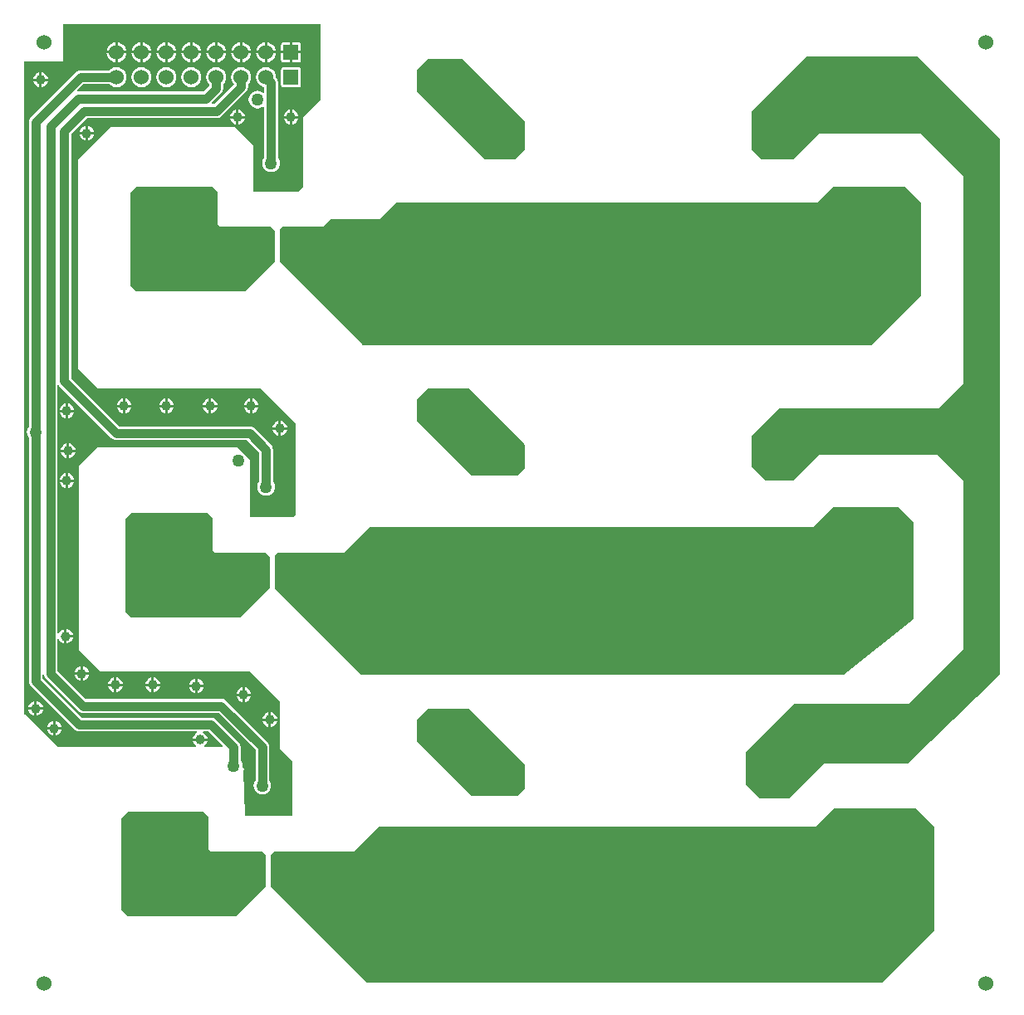
<source format=gbr>
G04 Layer_Physical_Order=2*
G04 Layer_Color=16711680*
%FSLAX26Y26*%
%MOIN*%
%TF.FileFunction,Copper,L2,Bot,Signal*%
%TF.Part,Single*%
G01*
G75*
%TA.AperFunction,Conductor*%
%ADD13C,0.035000*%
%TA.AperFunction,ComponentPad*%
%ADD14C,0.118110*%
%ADD15R,0.118110X0.118110*%
%ADD16R,0.118110X0.118110*%
%TA.AperFunction,WasherPad*%
%ADD17C,0.060000*%
%TA.AperFunction,ComponentPad*%
%ADD18C,0.060000*%
%ADD19R,0.060000X0.060000*%
%TA.AperFunction,ViaPad*%
%ADD20C,0.027559*%
%ADD21C,0.050000*%
%ADD22C,0.039370*%
G36*
X3505001Y-55001D02*
X3835000Y-385000D01*
X3835000Y-2540800D01*
X3466041Y-2895000D01*
X3130000Y-2895000D01*
X2990000Y-3035000D01*
X2870000D01*
X2815000Y-2980000D01*
Y-2850000D01*
X3010000Y-2655000D01*
X3470000Y-2655000D01*
X3689999Y-2435001D01*
X3690000Y-1760000D01*
X3584999Y-1655000D01*
X3110000Y-1655000D01*
X3005001Y-1759999D01*
X2894999Y-1759999D01*
X2840000Y-1705000D01*
X2840000Y-1580000D01*
X2950000Y-1470000D01*
X3590000Y-1470000D01*
X3690000Y-1370000D01*
X3690000Y-535000D01*
X3520000Y-365000D01*
X3110000Y-365000D01*
X3005000Y-470000D01*
X2880000Y-470000D01*
X2839999Y-429999D01*
X2839999Y-275001D01*
X3060000Y-55000D01*
X3505001Y-55001D01*
D02*
G37*
G36*
X1110000Y-230000D02*
X1040000Y-300000D01*
Y-580000D01*
X1020000Y-600000D01*
X840000D01*
Y-415000D01*
X765000Y-340000D01*
X265000D01*
X135000Y-470000D01*
Y-1310000D01*
X215000Y-1390000D01*
X870000D01*
X1010000Y-1530000D01*
Y-1895000D01*
X1000000Y-1905000D01*
X825000D01*
Y-1675000D01*
X775000Y-1625000D01*
X215000D01*
X140000Y-1700000D01*
Y-2440000D01*
X225000Y-2525000D01*
X825000D01*
X945000Y-2645000D01*
Y-2835000D01*
X995000Y-2885000D01*
Y-3105000D01*
X805000D01*
X800097Y-2923583D01*
X803584Y-2920000D01*
X805000D01*
X794685Y-2909685D01*
X795302Y-2905000D01*
X794099Y-2895863D01*
X790572Y-2887349D01*
X787737Y-2883654D01*
Y-2830000D01*
X786792Y-2822821D01*
X784021Y-2816131D01*
X779613Y-2810387D01*
X689613Y-2720387D01*
X683869Y-2715979D01*
X677179Y-2713208D01*
X670000Y-2712263D01*
X151489D01*
X-7263Y-2553511D01*
Y-2538933D01*
X-2263Y-2538605D01*
X-1792Y-2542179D01*
X979Y-2548869D01*
X5387Y-2554613D01*
X135387Y-2684613D01*
X141131Y-2689021D01*
X147821Y-2691792D01*
X155000Y-2692737D01*
X698511D01*
X847361Y-2841588D01*
Y-2963526D01*
X844428Y-2967349D01*
X840901Y-2975863D01*
X839698Y-2985000D01*
X840901Y-2994137D01*
X844428Y-3002651D01*
X850038Y-3009962D01*
X857349Y-3015572D01*
X865863Y-3019099D01*
X875000Y-3020302D01*
X884137Y-3019099D01*
X892651Y-3015572D01*
X899962Y-3009962D01*
X905572Y-3002651D01*
X909099Y-2994137D01*
X910302Y-2985000D01*
X909099Y-2975863D01*
X905572Y-2967349D01*
X902836Y-2963782D01*
Y-2830098D01*
X901891Y-2822919D01*
X899120Y-2816230D01*
X894712Y-2810485D01*
X729613Y-2645387D01*
X723869Y-2640979D01*
X717179Y-2638208D01*
X710000Y-2637263D01*
X166489D01*
X52737Y-2523511D01*
Y-2397747D01*
X57737Y-2396753D01*
X59070Y-2399971D01*
X63828Y-2406172D01*
X70029Y-2410930D01*
X77251Y-2413921D01*
X80000Y-2414283D01*
Y-2385000D01*
Y-2355717D01*
X77251Y-2356079D01*
X70029Y-2359070D01*
X63828Y-2363828D01*
X59070Y-2370029D01*
X57737Y-2373247D01*
X52737Y-2372253D01*
Y-1377858D01*
X57737Y-1376160D01*
X60387Y-1379613D01*
X270387Y-1589613D01*
X276131Y-1594021D01*
X282821Y-1596792D01*
X290000Y-1597737D01*
X813511D01*
X862263Y-1646489D01*
Y-1763654D01*
X859428Y-1767349D01*
X855901Y-1775863D01*
X854698Y-1785000D01*
X855901Y-1794137D01*
X859428Y-1802651D01*
X865038Y-1809962D01*
X872349Y-1815572D01*
X880863Y-1819099D01*
X890000Y-1820302D01*
X899137Y-1819099D01*
X907651Y-1815572D01*
X914962Y-1809962D01*
X920572Y-1802651D01*
X924099Y-1794137D01*
X925302Y-1785000D01*
X924099Y-1775863D01*
X920572Y-1767349D01*
X917737Y-1763654D01*
Y-1635000D01*
X916792Y-1627821D01*
X914021Y-1621131D01*
X909613Y-1615387D01*
X844613Y-1550387D01*
X838869Y-1545979D01*
X832179Y-1543208D01*
X825000Y-1542263D01*
X301489D01*
X107737Y-1348511D01*
Y-366489D01*
X171489Y-302737D01*
X693640D01*
X700818Y-301792D01*
X707508Y-299021D01*
X713253Y-294613D01*
X809613Y-198253D01*
X814021Y-192508D01*
X816792Y-185819D01*
X817737Y-178640D01*
Y-169135D01*
X818528Y-168528D01*
X824940Y-160173D01*
X828971Y-150442D01*
X830345Y-140000D01*
X828971Y-129558D01*
X824940Y-119827D01*
X818528Y-111472D01*
X810173Y-105060D01*
X800442Y-101029D01*
X790000Y-99655D01*
X779558Y-101029D01*
X769827Y-105060D01*
X761472Y-111472D01*
X755060Y-119827D01*
X751029Y-129558D01*
X749655Y-140000D01*
X751029Y-150442D01*
X755060Y-160173D01*
X761217Y-168196D01*
X682150Y-247263D01*
X674035D01*
X671964Y-242263D01*
X709613Y-204613D01*
X714021Y-198869D01*
X716792Y-192179D01*
X717737Y-185000D01*
Y-169135D01*
X718528Y-168528D01*
X724940Y-160173D01*
X728971Y-150442D01*
X730345Y-140000D01*
X728971Y-129558D01*
X724940Y-119827D01*
X718528Y-111472D01*
X710173Y-105060D01*
X700442Y-101029D01*
X690000Y-99655D01*
X679558Y-101029D01*
X669827Y-105060D01*
X661472Y-111472D01*
X655060Y-119827D01*
X651029Y-129558D01*
X649655Y-140000D01*
X651029Y-150442D01*
X655060Y-160173D01*
X661472Y-168528D01*
X661734Y-168730D01*
X661942Y-173832D01*
X638511Y-197263D01*
X135000D01*
X133889Y-197409D01*
X131553Y-192673D01*
X156489Y-167737D01*
X260865D01*
X261472Y-168528D01*
X269827Y-174940D01*
X279558Y-178970D01*
X290000Y-180345D01*
X300442Y-178970D01*
X310173Y-174940D01*
X318528Y-168528D01*
X324940Y-160173D01*
X328971Y-150442D01*
X330345Y-140000D01*
X328971Y-129558D01*
X324940Y-119827D01*
X318528Y-111472D01*
X310173Y-105060D01*
X300442Y-101029D01*
X290000Y-99655D01*
X279558Y-101029D01*
X269827Y-105060D01*
X261472Y-111472D01*
X260865Y-112263D01*
X145000D01*
X137821Y-113208D01*
X131131Y-115979D01*
X125387Y-120387D01*
X-54613Y-300387D01*
X-59021Y-306131D01*
X-61792Y-312821D01*
X-62737Y-320000D01*
Y-1543654D01*
X-65572Y-1547349D01*
X-69099Y-1555863D01*
X-70302Y-1565000D01*
X-69099Y-1574137D01*
X-65572Y-1582651D01*
X-62737Y-1586346D01*
Y-2565000D01*
X-61792Y-2572179D01*
X-59021Y-2578869D01*
X-54613Y-2584613D01*
X120387Y-2759613D01*
X126131Y-2764021D01*
X132821Y-2766792D01*
X140000Y-2767737D01*
X612253D01*
X613247Y-2772737D01*
X610029Y-2774070D01*
X603828Y-2778828D01*
X599070Y-2785029D01*
X596079Y-2792251D01*
X595717Y-2795000D01*
X654283D01*
X653921Y-2792251D01*
X650930Y-2785029D01*
X646172Y-2778828D01*
X639971Y-2774070D01*
X636753Y-2772737D01*
X637747Y-2767737D01*
X658511D01*
X716321Y-2825547D01*
X713702Y-2830000D01*
X642628D01*
X641182Y-2825000D01*
X646172Y-2821172D01*
X650930Y-2814971D01*
X653921Y-2807749D01*
X654283Y-2805000D01*
X595717D01*
X596079Y-2807749D01*
X599070Y-2814971D01*
X603828Y-2821172D01*
X608818Y-2825000D01*
X607372Y-2830000D01*
X55000D01*
X-75000Y-2700000D01*
X-80000D01*
Y-75000D01*
X75000D01*
Y75000D01*
X1110000D01*
Y-230000D01*
D02*
G37*
G36*
X675000Y-580000D02*
X695000Y-600000D01*
Y-730000D01*
X705000Y-740000D01*
X910000Y-740000D01*
X925000Y-755000D01*
X925000Y-880000D01*
X805000Y-1000000D01*
X370000Y-1000000D01*
X345000Y-975000D01*
Y-605000D01*
X370000Y-580000D01*
X675000Y-580000D01*
D02*
G37*
G36*
X3517500Y-642500D02*
X3517500Y-1017500D01*
X3320000Y-1215000D01*
X1280000Y-1215000D01*
X945000Y-880000D01*
Y-750000D01*
X955000Y-740000D01*
X1120000Y-740000D01*
X1150000Y-710000D01*
X1345000D01*
X1412500Y-642500D01*
X3102500Y-642500D01*
X3165000Y-580000D01*
X3455000D01*
X3517500Y-642500D01*
D02*
G37*
G36*
X655000Y-1890000D02*
X675000Y-1910000D01*
Y-2040000D01*
X685000Y-2050000D01*
X890000Y-2050000D01*
X905000Y-2065000D01*
X905000Y-2190000D01*
X785000Y-2310000D01*
X350000Y-2310000D01*
X325000Y-2285000D01*
Y-1915000D01*
X350000Y-1890000D01*
X655000Y-1890000D01*
D02*
G37*
G36*
X3490000Y-1925000D02*
X3490000Y-2315000D01*
X3207443Y-2540000D01*
X1272500D01*
X1082499Y-2350000D01*
X925000Y-2192500D01*
Y-2060000D01*
X940000Y-2050000D01*
X1200834Y-2050000D01*
X1305833Y-1945000D01*
X3085000Y-1945000D01*
X3165000Y-1865000D01*
X3430000D01*
X3490000Y-1925000D01*
D02*
G37*
G36*
X1930000Y-315000D02*
X1930000Y-430000D01*
X1890000Y-470000D01*
X1770000Y-470000D01*
X1495000Y-195000D01*
X1495000Y-110000D01*
X1540000Y-65000D01*
X1550000D01*
X1680001Y-65000D01*
X1930000Y-315000D01*
D02*
G37*
G36*
X1705000Y-1390000D02*
X1930000Y-1615000D01*
X1930000Y-1710000D01*
X1900000Y-1740000D01*
X1715000D01*
X1495000Y-1520000D01*
X1495000Y-1435000D01*
X1540000Y-1390000D01*
X1550000D01*
X1705000Y-1390000D01*
D02*
G37*
G36*
Y-2675000D02*
X1930000Y-2900000D01*
X1930000Y-2995000D01*
X1900000Y-3025000D01*
X1715000D01*
X1495000Y-2805000D01*
X1495000Y-2720000D01*
X1540000Y-2675000D01*
X1550000D01*
X1705000Y-2675000D01*
D02*
G37*
G36*
X3497833Y-3075000D02*
X3572096Y-3149263D01*
Y-3565404D01*
X3362500Y-3775000D01*
X1295000D01*
X910002Y-3390002D01*
X909998Y-3264998D01*
X925000Y-3249997D01*
X1243529Y-3249997D01*
X1344263Y-3149263D01*
X3095000Y-3149265D01*
X3169265Y-3075000D01*
X3497833Y-3075000D01*
D02*
G37*
G36*
X640000Y-3090000D02*
X660000Y-3110000D01*
Y-3240000D01*
X670000Y-3250000D01*
X875000Y-3250000D01*
X890000Y-3265000D01*
X890000Y-3390000D01*
X770000Y-3510000D01*
X335000Y-3510000D01*
X310000Y-3485000D01*
Y-3115000D01*
X335000Y-3090000D01*
X640000Y-3090000D01*
D02*
G37*
%LPC*%
G36*
X95000Y-1730717D02*
Y-1755000D01*
X119283D01*
X118921Y-1752251D01*
X115930Y-1745029D01*
X111172Y-1738828D01*
X104971Y-1734070D01*
X97749Y-1731079D01*
X95000Y-1730717D01*
D02*
G37*
G36*
X90000Y-1645000D02*
X65717D01*
X66079Y-1647749D01*
X69070Y-1654971D01*
X73828Y-1661172D01*
X80029Y-1665930D01*
X87251Y-1668921D01*
X90000Y-1669283D01*
Y-1645000D01*
D02*
G37*
G36*
X100000Y-1610717D02*
Y-1635000D01*
X124283D01*
X123921Y-1632251D01*
X120930Y-1625029D01*
X116172Y-1618828D01*
X109971Y-1614070D01*
X102749Y-1611079D01*
X100000Y-1610717D01*
D02*
G37*
G36*
X90000D02*
X87251Y-1611079D01*
X80029Y-1614070D01*
X73828Y-1618828D01*
X69070Y-1625029D01*
X66079Y-1632251D01*
X65717Y-1635000D01*
X90000D01*
Y-1610717D01*
D02*
G37*
G36*
X124283Y-1645000D02*
X100000D01*
Y-1669283D01*
X102749Y-1668921D01*
X109971Y-1665930D01*
X116172Y-1661172D01*
X120930Y-1654971D01*
X123921Y-1647749D01*
X124283Y-1645000D01*
D02*
G37*
G36*
X90000Y-2355717D02*
Y-2380000D01*
X114283D01*
X113921Y-2377251D01*
X110930Y-2370029D01*
X106172Y-2363828D01*
X99971Y-2359070D01*
X92749Y-2356079D01*
X90000Y-2355717D01*
D02*
G37*
G36*
X114283Y-2390000D02*
X90000D01*
Y-2414283D01*
X92749Y-2413921D01*
X99971Y-2410930D01*
X106172Y-2406172D01*
X110930Y-2399971D01*
X113921Y-2392749D01*
X114283Y-2390000D01*
D02*
G37*
G36*
X155000Y-2505717D02*
Y-2530000D01*
X179283D01*
X178921Y-2527251D01*
X175930Y-2520029D01*
X171172Y-2513828D01*
X164971Y-2509070D01*
X157749Y-2506079D01*
X155000Y-2505717D01*
D02*
G37*
G36*
X85000Y-1730717D02*
X82251Y-1731079D01*
X75029Y-1734070D01*
X68828Y-1738828D01*
X64070Y-1745029D01*
X61079Y-1752251D01*
X60717Y-1755000D01*
X85000D01*
Y-1730717D01*
D02*
G37*
G36*
X119283Y-1765000D02*
X95000D01*
Y-1789283D01*
X97749Y-1788921D01*
X104971Y-1785930D01*
X111172Y-1781172D01*
X115930Y-1774971D01*
X118921Y-1767749D01*
X119283Y-1765000D01*
D02*
G37*
G36*
X85000D02*
X60717D01*
X61079Y-1767749D01*
X64070Y-1774971D01*
X68828Y-1781172D01*
X75029Y-1785930D01*
X82251Y-1788921D01*
X85000Y-1789283D01*
Y-1765000D01*
D02*
G37*
G36*
Y-1485000D02*
X60717D01*
X61079Y-1487749D01*
X64070Y-1494971D01*
X68828Y-1501172D01*
X75029Y-1505930D01*
X82251Y-1508921D01*
X85000Y-1509283D01*
Y-1485000D01*
D02*
G37*
G36*
X519283Y-1465000D02*
X495000D01*
Y-1489283D01*
X497749Y-1488921D01*
X504971Y-1485930D01*
X511172Y-1481172D01*
X515930Y-1474971D01*
X518921Y-1467749D01*
X519283Y-1465000D01*
D02*
G37*
G36*
X660000D02*
X635717D01*
X636079Y-1467749D01*
X639070Y-1474971D01*
X643828Y-1481172D01*
X650029Y-1485930D01*
X657251Y-1488921D01*
X660000Y-1489283D01*
Y-1465000D01*
D02*
G37*
G36*
X119283Y-1485000D02*
X95000D01*
Y-1509283D01*
X97749Y-1508921D01*
X104971Y-1505930D01*
X111172Y-1501172D01*
X115930Y-1494971D01*
X118921Y-1487749D01*
X119283Y-1485000D01*
D02*
G37*
G36*
X485000Y-1465000D02*
X460717D01*
X461079Y-1467749D01*
X464070Y-1474971D01*
X468828Y-1481172D01*
X475029Y-1485930D01*
X482251Y-1488921D01*
X485000Y-1489283D01*
Y-1465000D01*
D02*
G37*
G36*
X349283D02*
X325000D01*
Y-1489283D01*
X327749Y-1488921D01*
X334971Y-1485930D01*
X341172Y-1481172D01*
X345930Y-1474971D01*
X348921Y-1467749D01*
X349283Y-1465000D01*
D02*
G37*
G36*
X315000D02*
X290717D01*
X291079Y-1467749D01*
X294070Y-1474971D01*
X298828Y-1481172D01*
X305029Y-1485930D01*
X312251Y-1488921D01*
X315000Y-1489283D01*
Y-1465000D01*
D02*
G37*
G36*
X940000Y-1520717D02*
X937251Y-1521079D01*
X930029Y-1524070D01*
X923828Y-1528828D01*
X919070Y-1535029D01*
X916079Y-1542251D01*
X915717Y-1545000D01*
X940000D01*
Y-1520717D01*
D02*
G37*
G36*
X974283Y-1555000D02*
X950000D01*
Y-1579283D01*
X952749Y-1578921D01*
X959971Y-1575930D01*
X966172Y-1571172D01*
X970930Y-1564971D01*
X973921Y-1557749D01*
X974283Y-1555000D01*
D02*
G37*
G36*
X940000D02*
X915717D01*
X916079Y-1557749D01*
X919070Y-1564971D01*
X923828Y-1571172D01*
X930029Y-1575930D01*
X937251Y-1578921D01*
X940000Y-1579283D01*
Y-1555000D01*
D02*
G37*
G36*
X950000Y-1520717D02*
Y-1545000D01*
X974283D01*
X973921Y-1542251D01*
X970930Y-1535029D01*
X966172Y-1528828D01*
X959971Y-1524070D01*
X952749Y-1521079D01*
X950000Y-1520717D01*
D02*
G37*
G36*
X694283Y-1465000D02*
X670000D01*
Y-1489283D01*
X672749Y-1488921D01*
X679971Y-1485930D01*
X686172Y-1481172D01*
X690930Y-1474971D01*
X693921Y-1467749D01*
X694283Y-1465000D01*
D02*
G37*
G36*
X825000D02*
X800717D01*
X801079Y-1467749D01*
X804070Y-1474971D01*
X808828Y-1481172D01*
X815029Y-1485930D01*
X822251Y-1488921D01*
X825000Y-1489283D01*
Y-1465000D01*
D02*
G37*
G36*
X859283D02*
X835000D01*
Y-1489283D01*
X837749Y-1488921D01*
X844971Y-1485930D01*
X851172Y-1481172D01*
X855930Y-1474971D01*
X858921Y-1467749D01*
X859283Y-1465000D01*
D02*
G37*
G36*
X-40000Y-2645717D02*
X-42749Y-2646079D01*
X-49971Y-2649070D01*
X-56172Y-2653828D01*
X-60930Y-2660029D01*
X-63921Y-2667251D01*
X-64283Y-2670000D01*
X-40000D01*
Y-2645717D01*
D02*
G37*
G36*
X-5717Y-2680000D02*
X-30000D01*
Y-2704283D01*
X-27251Y-2703921D01*
X-20029Y-2700930D01*
X-13828Y-2696172D01*
X-9070Y-2689971D01*
X-6079Y-2682749D01*
X-5717Y-2680000D01*
D02*
G37*
G36*
X-40000D02*
X-64283D01*
X-63921Y-2682749D01*
X-60930Y-2689971D01*
X-56172Y-2696172D01*
X-49971Y-2700930D01*
X-42749Y-2703921D01*
X-40000Y-2704283D01*
Y-2680000D01*
D02*
G37*
G36*
X-30000Y-2645717D02*
Y-2670000D01*
X-5717D01*
X-6079Y-2667251D01*
X-9070Y-2660029D01*
X-13828Y-2653828D01*
X-20029Y-2649070D01*
X-27251Y-2646079D01*
X-30000Y-2645717D01*
D02*
G37*
G36*
X795000Y-2590717D02*
X792251Y-2591079D01*
X785029Y-2594070D01*
X778828Y-2598828D01*
X774070Y-2605029D01*
X771079Y-2612251D01*
X770717Y-2615000D01*
X795000D01*
Y-2590717D01*
D02*
G37*
G36*
X829283Y-2625000D02*
X805000D01*
Y-2649283D01*
X807749Y-2648921D01*
X814971Y-2645930D01*
X821172Y-2641172D01*
X825930Y-2634971D01*
X828921Y-2627749D01*
X829283Y-2625000D01*
D02*
G37*
G36*
X795000D02*
X770717D01*
X771079Y-2627749D01*
X774070Y-2634971D01*
X778828Y-2641172D01*
X785029Y-2645930D01*
X792251Y-2648921D01*
X795000Y-2649283D01*
Y-2625000D01*
D02*
G37*
G36*
X910000Y-2690717D02*
Y-2715000D01*
X934283D01*
X933921Y-2712251D01*
X930930Y-2705029D01*
X926172Y-2698828D01*
X919971Y-2694070D01*
X912749Y-2691079D01*
X910000Y-2690717D01*
D02*
G37*
G36*
X35000Y-2725717D02*
X32251Y-2726079D01*
X25029Y-2729070D01*
X18828Y-2733828D01*
X14070Y-2740029D01*
X11079Y-2747251D01*
X10717Y-2750000D01*
X35000D01*
Y-2725717D01*
D02*
G37*
G36*
X69283Y-2760000D02*
X45000D01*
Y-2784283D01*
X47749Y-2783921D01*
X54971Y-2780930D01*
X61172Y-2776172D01*
X65930Y-2769971D01*
X68921Y-2762749D01*
X69283Y-2760000D01*
D02*
G37*
G36*
X35000D02*
X10717D01*
X11079Y-2762749D01*
X14070Y-2769971D01*
X18828Y-2776172D01*
X25029Y-2780930D01*
X32251Y-2783921D01*
X35000Y-2784283D01*
Y-2760000D01*
D02*
G37*
G36*
X45000Y-2725717D02*
Y-2750000D01*
X69283D01*
X68921Y-2747251D01*
X65930Y-2740029D01*
X61172Y-2733828D01*
X54971Y-2729070D01*
X47749Y-2726079D01*
X45000Y-2725717D01*
D02*
G37*
G36*
X900000Y-2690717D02*
X897251Y-2691079D01*
X890029Y-2694070D01*
X883828Y-2698828D01*
X879070Y-2705029D01*
X876079Y-2712251D01*
X875717Y-2715000D01*
X900000D01*
Y-2690717D01*
D02*
G37*
G36*
X934283Y-2725000D02*
X910000D01*
Y-2749283D01*
X912749Y-2748921D01*
X919971Y-2745930D01*
X926172Y-2741172D01*
X930930Y-2734971D01*
X933921Y-2727749D01*
X934283Y-2725000D01*
D02*
G37*
G36*
X900000D02*
X875717D01*
X876079Y-2727749D01*
X879070Y-2734971D01*
X883828Y-2741172D01*
X890029Y-2745930D01*
X897251Y-2748921D01*
X900000Y-2749283D01*
Y-2725000D01*
D02*
G37*
G36*
X805000Y-2590717D02*
Y-2615000D01*
X829283D01*
X828921Y-2612251D01*
X825930Y-2605029D01*
X821172Y-2598828D01*
X814971Y-2594070D01*
X807749Y-2591079D01*
X805000Y-2590717D01*
D02*
G37*
G36*
X430000Y-2550717D02*
X427251Y-2551079D01*
X420029Y-2554070D01*
X413828Y-2558828D01*
X409070Y-2565029D01*
X406079Y-2572251D01*
X405717Y-2575000D01*
X430000D01*
Y-2550717D01*
D02*
G37*
G36*
X290000D02*
Y-2575000D01*
X314283D01*
X313921Y-2572251D01*
X310930Y-2565029D01*
X306172Y-2558828D01*
X299971Y-2554070D01*
X292749Y-2551079D01*
X290000Y-2550717D01*
D02*
G37*
G36*
X280000D02*
X277251Y-2551079D01*
X270029Y-2554070D01*
X263828Y-2558828D01*
X259070Y-2565029D01*
X256079Y-2572251D01*
X255717Y-2575000D01*
X280000D01*
Y-2550717D01*
D02*
G37*
G36*
X440000D02*
Y-2575000D01*
X464283D01*
X463921Y-2572251D01*
X460930Y-2565029D01*
X456172Y-2558828D01*
X449971Y-2554070D01*
X442749Y-2551079D01*
X440000Y-2550717D01*
D02*
G37*
G36*
X145000Y-2505717D02*
X142251Y-2506079D01*
X135029Y-2509070D01*
X128828Y-2513828D01*
X124070Y-2520029D01*
X121079Y-2527251D01*
X120717Y-2530000D01*
X145000D01*
Y-2505717D01*
D02*
G37*
G36*
X179283Y-2540000D02*
X155000D01*
Y-2564283D01*
X157749Y-2563921D01*
X164971Y-2560930D01*
X171172Y-2556172D01*
X175930Y-2549971D01*
X178921Y-2542749D01*
X179283Y-2540000D01*
D02*
G37*
G36*
X145000D02*
X120717D01*
X121079Y-2542749D01*
X124070Y-2549971D01*
X128828Y-2556172D01*
X135029Y-2560930D01*
X142251Y-2563921D01*
X145000Y-2564283D01*
Y-2540000D01*
D02*
G37*
G36*
X615000Y-2555717D02*
Y-2580000D01*
X639283D01*
X638921Y-2577251D01*
X635930Y-2570029D01*
X631172Y-2563828D01*
X624971Y-2559070D01*
X617749Y-2556079D01*
X615000Y-2555717D01*
D02*
G37*
G36*
X280000Y-2585000D02*
X255717D01*
X256079Y-2587749D01*
X259070Y-2594971D01*
X263828Y-2601172D01*
X270029Y-2605930D01*
X277251Y-2608921D01*
X280000Y-2609283D01*
Y-2585000D01*
D02*
G37*
G36*
X639283Y-2590000D02*
X615000D01*
Y-2614283D01*
X617749Y-2613921D01*
X624971Y-2610930D01*
X631172Y-2606172D01*
X635930Y-2599971D01*
X638921Y-2592749D01*
X639283Y-2590000D01*
D02*
G37*
G36*
X605000D02*
X580717D01*
X581079Y-2592749D01*
X584070Y-2599971D01*
X588828Y-2606172D01*
X595029Y-2610930D01*
X602251Y-2613921D01*
X605000Y-2614283D01*
Y-2590000D01*
D02*
G37*
G36*
X314283Y-2585000D02*
X290000D01*
Y-2609283D01*
X292749Y-2608921D01*
X299971Y-2605930D01*
X306172Y-2601172D01*
X310930Y-2594971D01*
X313921Y-2587749D01*
X314283Y-2585000D01*
D02*
G37*
G36*
X605000Y-2555717D02*
X602251Y-2556079D01*
X595029Y-2559070D01*
X588828Y-2563828D01*
X584070Y-2570029D01*
X581079Y-2577251D01*
X580717Y-2580000D01*
X605000D01*
Y-2555717D01*
D02*
G37*
G36*
X464283Y-2585000D02*
X440000D01*
Y-2609283D01*
X442749Y-2608921D01*
X449971Y-2605930D01*
X456172Y-2601172D01*
X460930Y-2594971D01*
X463921Y-2587749D01*
X464283Y-2585000D01*
D02*
G37*
G36*
X430000D02*
X405717D01*
X406079Y-2587749D01*
X409070Y-2594971D01*
X413828Y-2601172D01*
X420029Y-2605930D01*
X427251Y-2608921D01*
X430000Y-2609283D01*
Y-2585000D01*
D02*
G37*
G36*
X485000Y-44999D02*
X450313D01*
X451029Y-50442D01*
X455060Y-60173D01*
X461472Y-68528D01*
X469827Y-74940D01*
X479558Y-78971D01*
X485000Y-79687D01*
Y-44999D01*
D02*
G37*
G36*
X385000D02*
X350313D01*
X351029Y-50442D01*
X355060Y-60173D01*
X361472Y-68528D01*
X369827Y-74940D01*
X379558Y-78971D01*
X385000Y-79687D01*
Y-44999D01*
D02*
G37*
G36*
X285000D02*
X250313D01*
X251030Y-50442D01*
X255060Y-60173D01*
X261472Y-68528D01*
X269827Y-74940D01*
X279558Y-78971D01*
X285000Y-79687D01*
Y-44999D01*
D02*
G37*
G36*
X585000D02*
X550313D01*
X551029Y-50442D01*
X555060Y-60173D01*
X561472Y-68528D01*
X569827Y-74940D01*
X579558Y-78971D01*
X585000Y-79687D01*
Y-44999D01*
D02*
G37*
G36*
X885000D02*
X850313D01*
X851029Y-50442D01*
X855060Y-60173D01*
X861472Y-68528D01*
X869827Y-74940D01*
X879558Y-78971D01*
X885000Y-79687D01*
Y-44999D01*
D02*
G37*
G36*
X785000D02*
X750313D01*
X751029Y-50442D01*
X755060Y-60173D01*
X761472Y-68528D01*
X769827Y-74940D01*
X779558Y-78971D01*
X785000Y-79687D01*
Y-44999D01*
D02*
G37*
G36*
X685000D02*
X650313D01*
X651029Y-50442D01*
X655060Y-60173D01*
X661472Y-68528D01*
X669827Y-74940D01*
X679558Y-78971D01*
X685000Y-79687D01*
Y-44999D01*
D02*
G37*
G36*
X929687D02*
X895000D01*
Y-79687D01*
X900442Y-78971D01*
X910173Y-74940D01*
X918528Y-68528D01*
X924940Y-60173D01*
X928971Y-50442D01*
X929687Y-44999D01*
D02*
G37*
G36*
X429687D02*
X395000D01*
Y-79687D01*
X400442Y-78971D01*
X410173Y-74940D01*
X418528Y-68528D01*
X424940Y-60173D01*
X428971Y-50442D01*
X429687Y-44999D01*
D02*
G37*
G36*
X329687D02*
X295000D01*
Y-79687D01*
X300442Y-78971D01*
X310173Y-74940D01*
X318528Y-68528D01*
X324940Y-60173D01*
X328971Y-50442D01*
X329687Y-44999D01*
D02*
G37*
G36*
X1030196D02*
X995000D01*
Y-80196D01*
X1020000D01*
X1023902Y-79420D01*
X1027210Y-77210D01*
X1029420Y-73902D01*
X1030196Y-70000D01*
Y-44999D01*
D02*
G37*
G36*
X529687D02*
X495000D01*
Y-79687D01*
X500442Y-78971D01*
X510173Y-74940D01*
X518528Y-68528D01*
X524940Y-60173D01*
X528971Y-50442D01*
X529687Y-44999D01*
D02*
G37*
G36*
X829687D02*
X795000D01*
Y-79687D01*
X800442Y-78971D01*
X810173Y-74940D01*
X818528Y-68528D01*
X824940Y-60173D01*
X828971Y-50442D01*
X829687Y-44999D01*
D02*
G37*
G36*
X729687D02*
X695000D01*
Y-79687D01*
X700442Y-78971D01*
X710173Y-74940D01*
X718528Y-68528D01*
X724940Y-60173D01*
X728971Y-50442D01*
X729687Y-44999D01*
D02*
G37*
G36*
X629687D02*
X595000D01*
Y-79687D01*
X600442Y-78971D01*
X610173Y-74940D01*
X618528Y-68528D01*
X624940Y-60173D01*
X628971Y-50442D01*
X629687Y-44999D01*
D02*
G37*
G36*
X985000Y196D02*
X960000D01*
X956098Y-580D01*
X952790Y-2790D01*
X950580Y-6098D01*
X949804Y-10000D01*
Y-34999D01*
X985000D01*
Y196D01*
D02*
G37*
G36*
X595000Y-313D02*
Y-34999D01*
X629687D01*
X628971Y-29558D01*
X624940Y-19827D01*
X618528Y-11472D01*
X610173Y-5060D01*
X600442Y-1030D01*
X595000Y-313D01*
D02*
G37*
G36*
X395000D02*
Y-34999D01*
X429687D01*
X428971Y-29558D01*
X424940Y-19827D01*
X418528Y-11472D01*
X410173Y-5060D01*
X400442Y-1030D01*
X395000Y-313D01*
D02*
G37*
G36*
X795000D02*
Y-34999D01*
X829687D01*
X828971Y-29558D01*
X824940Y-19827D01*
X818528Y-11472D01*
X810173Y-5060D01*
X800442Y-1030D01*
X795000Y-313D01*
D02*
G37*
G36*
X895000D02*
Y-34999D01*
X929687D01*
X928971Y-29558D01*
X924940Y-19827D01*
X918528Y-11472D01*
X910173Y-5060D01*
X900442Y-1030D01*
X895000Y-313D01*
D02*
G37*
G36*
X1020000Y196D02*
X995000D01*
Y-34999D01*
X1030196D01*
Y-10000D01*
X1029420Y-6098D01*
X1027210Y-2790D01*
X1023902Y-580D01*
X1020000Y196D01*
D02*
G37*
G36*
X695000Y-313D02*
Y-34999D01*
X729687D01*
X728971Y-29558D01*
X724940Y-19827D01*
X718528Y-11472D01*
X710173Y-5060D01*
X700442Y-1030D01*
X695000Y-313D01*
D02*
G37*
G36*
X495000D02*
Y-34999D01*
X529687D01*
X528971Y-29558D01*
X524940Y-19827D01*
X518528Y-11472D01*
X510173Y-5060D01*
X500442Y-1030D01*
X495000Y-313D01*
D02*
G37*
G36*
X295000D02*
Y-34999D01*
X329687D01*
X328971Y-29558D01*
X324940Y-19827D01*
X318528Y-11472D01*
X310173Y-5060D01*
X300442Y-1030D01*
X295000Y-313D01*
D02*
G37*
G36*
X785000Y-313D02*
X779558Y-1030D01*
X769827Y-5060D01*
X761472Y-11472D01*
X755060Y-19827D01*
X751029Y-29558D01*
X750313Y-34999D01*
X785000D01*
Y-313D01*
D02*
G37*
G36*
X585000D02*
X579558Y-1030D01*
X569827Y-5060D01*
X561472Y-11472D01*
X555060Y-19827D01*
X551029Y-29558D01*
X550313Y-34999D01*
X585000D01*
Y-313D01*
D02*
G37*
G36*
X285000D02*
X279558Y-1030D01*
X269827Y-5060D01*
X261472Y-11472D01*
X255060Y-19827D01*
X251030Y-29558D01*
X250313Y-34999D01*
X285000D01*
Y-313D01*
D02*
G37*
G36*
X385000D02*
X379558Y-1030D01*
X369827Y-5060D01*
X361472Y-11472D01*
X355060Y-19827D01*
X351029Y-29558D01*
X350313Y-34999D01*
X385000D01*
Y-313D01*
D02*
G37*
G36*
X885000D02*
X879558Y-1030D01*
X869827Y-5060D01*
X861472Y-11472D01*
X855060Y-19827D01*
X851029Y-29558D01*
X850313Y-34999D01*
X885000D01*
Y-313D01*
D02*
G37*
G36*
X685000D02*
X679558Y-1030D01*
X669827Y-5060D01*
X661472Y-11472D01*
X655060Y-19827D01*
X651029Y-29558D01*
X650313Y-34999D01*
X685000D01*
Y-313D01*
D02*
G37*
G36*
X485000D02*
X479558Y-1030D01*
X469827Y-5060D01*
X461472Y-11472D01*
X455060Y-19827D01*
X451029Y-29558D01*
X450313Y-34999D01*
X485000D01*
Y-313D01*
D02*
G37*
G36*
X985000Y-44999D02*
X949804D01*
Y-70000D01*
X950580Y-73902D01*
X952790Y-77210D01*
X956098Y-79420D01*
X960000Y-80196D01*
X985000D01*
Y-44999D01*
D02*
G37*
G36*
X165000Y-370000D02*
X140717D01*
X141079Y-372749D01*
X144070Y-379971D01*
X148828Y-386172D01*
X155029Y-390930D01*
X162251Y-393921D01*
X165000Y-394283D01*
Y-370000D01*
D02*
G37*
G36*
X835000Y-1430717D02*
Y-1455000D01*
X859283D01*
X858921Y-1452251D01*
X855930Y-1445029D01*
X851172Y-1438828D01*
X844971Y-1434070D01*
X837749Y-1431079D01*
X835000Y-1430717D01*
D02*
G37*
G36*
X825000D02*
X822251Y-1431079D01*
X815029Y-1434070D01*
X808828Y-1438828D01*
X804070Y-1445029D01*
X801079Y-1452251D01*
X800717Y-1455000D01*
X825000D01*
Y-1430717D01*
D02*
G37*
G36*
X199283Y-370000D02*
X175000D01*
Y-394283D01*
X177749Y-393921D01*
X184971Y-390930D01*
X191172Y-386172D01*
X195930Y-379971D01*
X198921Y-372749D01*
X199283Y-370000D01*
D02*
G37*
G36*
X770000Y-305000D02*
X745717D01*
X746079Y-307749D01*
X749070Y-314971D01*
X753828Y-321172D01*
X760029Y-325930D01*
X767251Y-328921D01*
X770000Y-329283D01*
Y-305000D01*
D02*
G37*
G36*
X175000Y-335717D02*
Y-360000D01*
X199283D01*
X198921Y-357251D01*
X195930Y-350029D01*
X191172Y-343828D01*
X184971Y-339070D01*
X177749Y-336079D01*
X175000Y-335717D01*
D02*
G37*
G36*
X165000D02*
X162251Y-336079D01*
X155029Y-339070D01*
X148828Y-343828D01*
X144070Y-350029D01*
X141079Y-357251D01*
X140717Y-360000D01*
X165000D01*
Y-335717D01*
D02*
G37*
G36*
X670000Y-1430717D02*
Y-1455000D01*
X694283D01*
X693921Y-1452251D01*
X690930Y-1445029D01*
X686172Y-1438828D01*
X679971Y-1434070D01*
X672749Y-1431079D01*
X670000Y-1430717D01*
D02*
G37*
G36*
X315000D02*
X312251Y-1431079D01*
X305029Y-1434070D01*
X298828Y-1438828D01*
X294070Y-1445029D01*
X291079Y-1452251D01*
X290717Y-1455000D01*
X315000D01*
Y-1430717D01*
D02*
G37*
G36*
X95000Y-1450717D02*
Y-1475000D01*
X119283D01*
X118921Y-1472251D01*
X115930Y-1465029D01*
X111172Y-1458828D01*
X104971Y-1454070D01*
X97749Y-1451079D01*
X95000Y-1450717D01*
D02*
G37*
G36*
X85000D02*
X82251Y-1451079D01*
X75029Y-1454070D01*
X68828Y-1458828D01*
X64070Y-1465029D01*
X61079Y-1472251D01*
X60717Y-1475000D01*
X85000D01*
Y-1450717D01*
D02*
G37*
G36*
X325000Y-1430717D02*
Y-1455000D01*
X349283D01*
X348921Y-1452251D01*
X345930Y-1445029D01*
X341172Y-1438828D01*
X334971Y-1434070D01*
X327749Y-1431079D01*
X325000Y-1430717D01*
D02*
G37*
G36*
X660000D02*
X657251Y-1431079D01*
X650029Y-1434070D01*
X643828Y-1438828D01*
X639070Y-1445029D01*
X636079Y-1452251D01*
X635717Y-1455000D01*
X660000D01*
Y-1430717D01*
D02*
G37*
G36*
X495000D02*
Y-1455000D01*
X519283D01*
X518921Y-1452251D01*
X515930Y-1445029D01*
X511172Y-1438828D01*
X504971Y-1434070D01*
X497749Y-1431079D01*
X495000Y-1430717D01*
D02*
G37*
G36*
X485000D02*
X482251Y-1431079D01*
X475029Y-1434070D01*
X468828Y-1438828D01*
X464070Y-1445029D01*
X461079Y-1452251D01*
X460717Y-1455000D01*
X485000D01*
Y-1430717D01*
D02*
G37*
G36*
X804283Y-305000D02*
X780000D01*
Y-329283D01*
X782749Y-328921D01*
X789971Y-325930D01*
X796172Y-321172D01*
X800930Y-314971D01*
X803921Y-307749D01*
X804283Y-305000D01*
D02*
G37*
G36*
X1020000Y-99804D02*
X960000D01*
X956098Y-100580D01*
X952790Y-102790D01*
X950580Y-106098D01*
X949804Y-110000D01*
Y-170000D01*
X950580Y-173902D01*
X952790Y-177210D01*
X956098Y-179420D01*
X960000Y-180196D01*
X1020000D01*
X1023902Y-179420D01*
X1027210Y-177210D01*
X1029420Y-173902D01*
X1030196Y-170000D01*
Y-110000D01*
X1029420Y-106098D01*
X1027210Y-102790D01*
X1023902Y-100580D01*
X1020000Y-99804D01*
D02*
G37*
G36*
X590000Y-99655D02*
X579558Y-101029D01*
X569827Y-105060D01*
X561472Y-111472D01*
X555060Y-119827D01*
X551029Y-129558D01*
X549655Y-140000D01*
X551029Y-150442D01*
X555060Y-160173D01*
X561472Y-168528D01*
X569827Y-174940D01*
X579558Y-178970D01*
X590000Y-180345D01*
X600442Y-178970D01*
X610173Y-174940D01*
X618528Y-168528D01*
X624940Y-160173D01*
X628971Y-150442D01*
X630345Y-140000D01*
X628971Y-129558D01*
X624940Y-119827D01*
X618528Y-111472D01*
X610173Y-105060D01*
X600442Y-101029D01*
X590000Y-99655D01*
D02*
G37*
G36*
X490000D02*
X479558Y-101029D01*
X469827Y-105060D01*
X461472Y-111472D01*
X455060Y-119827D01*
X451029Y-129558D01*
X449655Y-140000D01*
X451029Y-150442D01*
X455060Y-160173D01*
X461472Y-168528D01*
X469827Y-174940D01*
X479558Y-178970D01*
X490000Y-180345D01*
X500442Y-178970D01*
X510173Y-174940D01*
X518528Y-168528D01*
X524940Y-160173D01*
X528971Y-150442D01*
X530345Y-140000D01*
X528971Y-129558D01*
X524940Y-119827D01*
X518528Y-111472D01*
X510173Y-105060D01*
X500442Y-101029D01*
X490000Y-99655D01*
D02*
G37*
G36*
X-20000Y-155000D02*
X-44283D01*
X-43921Y-157749D01*
X-40930Y-164971D01*
X-36172Y-171172D01*
X-29971Y-175930D01*
X-22749Y-178921D01*
X-20000Y-179283D01*
Y-155000D01*
D02*
G37*
G36*
X-10000Y-120717D02*
Y-145000D01*
X14283D01*
X13921Y-142251D01*
X10930Y-135029D01*
X6172Y-128828D01*
X-29Y-124070D01*
X-7251Y-121079D01*
X-10000Y-120717D01*
D02*
G37*
G36*
X-20000D02*
X-22749Y-121079D01*
X-29971Y-124070D01*
X-36172Y-128828D01*
X-40930Y-135029D01*
X-43921Y-142251D01*
X-44283Y-145000D01*
X-20000D01*
Y-120717D01*
D02*
G37*
G36*
X14283Y-155000D02*
X-10000D01*
Y-179283D01*
X-7251Y-178921D01*
X-29Y-175930D01*
X6172Y-171172D01*
X10930Y-164971D01*
X13921Y-157749D01*
X14283Y-155000D01*
D02*
G37*
G36*
X390000Y-99655D02*
X379558Y-101029D01*
X369827Y-105060D01*
X361472Y-111472D01*
X355060Y-119827D01*
X351029Y-129558D01*
X349655Y-140000D01*
X351029Y-150442D01*
X355060Y-160173D01*
X361472Y-168528D01*
X369827Y-174940D01*
X379558Y-178970D01*
X390000Y-180345D01*
X400442Y-178970D01*
X410173Y-174940D01*
X418528Y-168528D01*
X424940Y-160173D01*
X428971Y-150442D01*
X430345Y-140000D01*
X428971Y-129558D01*
X424940Y-119827D01*
X418528Y-111472D01*
X410173Y-105060D01*
X400442Y-101029D01*
X390000Y-99655D01*
D02*
G37*
G36*
X770000Y-270717D02*
X767251Y-271079D01*
X760029Y-274070D01*
X753828Y-278828D01*
X749070Y-285029D01*
X746079Y-292251D01*
X745717Y-295000D01*
X770000D01*
Y-270717D01*
D02*
G37*
G36*
X1019283Y-305000D02*
X995000D01*
Y-329283D01*
X997749Y-328921D01*
X1004971Y-325930D01*
X1011172Y-321172D01*
X1015930Y-314971D01*
X1018921Y-307749D01*
X1019283Y-305000D01*
D02*
G37*
G36*
X985000D02*
X960717D01*
X961079Y-307749D01*
X964070Y-314971D01*
X968828Y-321172D01*
X975029Y-325930D01*
X982251Y-328921D01*
X985000Y-329283D01*
Y-305000D01*
D02*
G37*
G36*
X780000Y-270717D02*
Y-295000D01*
X804283D01*
X803921Y-292251D01*
X800930Y-285029D01*
X796172Y-278828D01*
X789971Y-274070D01*
X782749Y-271079D01*
X780000Y-270717D01*
D02*
G37*
G36*
X890000Y-99655D02*
X879558Y-101029D01*
X869827Y-105060D01*
X861472Y-111472D01*
X855060Y-119827D01*
X851029Y-129558D01*
X849655Y-140000D01*
X851029Y-150442D01*
X855060Y-160173D01*
X861472Y-168528D01*
X869827Y-174940D01*
X879558Y-178970D01*
X882263Y-179327D01*
Y-200500D01*
X877263Y-202966D01*
X872651Y-199428D01*
X864137Y-195901D01*
X855000Y-194698D01*
X845863Y-195901D01*
X837349Y-199428D01*
X830038Y-205038D01*
X824428Y-212349D01*
X820901Y-220863D01*
X819698Y-230000D01*
X820901Y-239137D01*
X824428Y-247651D01*
X830038Y-254962D01*
X837349Y-260572D01*
X845863Y-264099D01*
X855000Y-265302D01*
X864137Y-264099D01*
X872651Y-260572D01*
X877263Y-257034D01*
X882263Y-259500D01*
Y-463654D01*
X879428Y-467349D01*
X875901Y-475863D01*
X874698Y-485000D01*
X875901Y-494137D01*
X879428Y-502651D01*
X885038Y-509962D01*
X892349Y-515572D01*
X900863Y-519099D01*
X910000Y-520302D01*
X919137Y-519099D01*
X927651Y-515572D01*
X934962Y-509962D01*
X940572Y-502651D01*
X944099Y-494137D01*
X945302Y-485000D01*
X944099Y-475863D01*
X940572Y-467349D01*
X937737Y-463654D01*
Y-160000D01*
X936792Y-152821D01*
X934021Y-146131D01*
X930195Y-141144D01*
X930345Y-140000D01*
X928971Y-129558D01*
X924940Y-119827D01*
X918528Y-111472D01*
X910173Y-105060D01*
X900442Y-101029D01*
X890000Y-99655D01*
D02*
G37*
G36*
X995000Y-270717D02*
Y-295000D01*
X1019283D01*
X1018921Y-292251D01*
X1015930Y-285029D01*
X1011172Y-278828D01*
X1004971Y-274070D01*
X997749Y-271079D01*
X995000Y-270717D01*
D02*
G37*
G36*
X985000D02*
X982251Y-271079D01*
X975029Y-274070D01*
X968828Y-278828D01*
X964070Y-285029D01*
X961079Y-292251D01*
X960717Y-295000D01*
X985000D01*
Y-270717D01*
D02*
G37*
%LPD*%
D13*
X875000Y-2985000D02*
X875098Y-2984902D01*
X790000Y-178640D02*
Y-140000D01*
X25000Y-2535000D02*
X155000Y-2665000D01*
X710000D01*
X875098Y-2830098D01*
Y-2984902D02*
Y-2830098D01*
X-35000Y-2565000D02*
X140000Y-2740000D01*
X670000D01*
X760000Y-2830000D01*
Y-2905000D02*
Y-2830000D01*
X890000Y-1785000D02*
Y-1635000D01*
X690000Y-185000D02*
Y-140000D01*
X-35000Y-2565000D02*
Y-1565000D01*
X80000Y-1360000D02*
X290000Y-1570000D01*
X825000D01*
X890000Y-1635000D01*
X910000Y-485000D02*
Y-160000D01*
X890000Y-140000D02*
X910000Y-160000D01*
X650000Y-225000D02*
X690000Y-185000D01*
X25000Y-2535000D02*
Y-335000D01*
X135000Y-225000D01*
X650000D01*
X693640Y-275000D02*
X790000Y-178640D01*
X80000Y-1360000D02*
Y-355000D01*
X160000Y-275000D01*
X693640D01*
X-35000Y-1565000D02*
Y-320000D01*
X145000Y-140000D01*
X290000D01*
D14*
X1863661Y-2945000D02*
D03*
X2946339D02*
D03*
X1863661Y-1667500D02*
D03*
X2946339D02*
D03*
X1863661Y-390000D02*
D03*
X2946339D02*
D03*
X1565000Y-2751299D02*
D03*
Y-3538701D02*
D03*
X3393425Y-130000D02*
D03*
X3330000Y-3385552D02*
D03*
X1565000Y-1466299D02*
D03*
Y-2253701D02*
D03*
Y-141299D02*
D03*
Y-928701D02*
D03*
X3310000Y-878702D02*
D03*
X3315000Y-2190552D02*
D03*
X485000Y-3211575D02*
D03*
X520000Y-704448D02*
D03*
X500000Y-2016575D02*
D03*
D15*
X3196575Y-130000D02*
D03*
D16*
X3330000Y-3188701D02*
D03*
X3310000Y-681851D02*
D03*
X3315000Y-1993701D02*
D03*
X485000Y-3408425D02*
D03*
X520000Y-901299D02*
D03*
X500000Y-2213425D02*
D03*
D17*
X0Y-3779528D02*
D03*
Y0D02*
D03*
X3779528Y-3779528D02*
D03*
X3779527Y-0D02*
D03*
D18*
X790000Y-140000D02*
D03*
X890000D02*
D03*
X290000D02*
D03*
X390000D02*
D03*
X490000D02*
D03*
X590000D02*
D03*
X690000D02*
D03*
X790000Y-40000D02*
D03*
X890000D02*
D03*
X290000D02*
D03*
X390000D02*
D03*
X490000D02*
D03*
X590000D02*
D03*
X690000D02*
D03*
D19*
X990000Y-140000D02*
D03*
Y-40000D02*
D03*
D20*
X693334Y-3307127D02*
D03*
X740000Y-3372127D02*
D03*
X693334Y-3437127D02*
D03*
X646667Y-3372127D02*
D03*
X600001Y-3307127D02*
D03*
Y-3437127D02*
D03*
X708334Y-2112127D02*
D03*
X755000Y-2177127D02*
D03*
X708334Y-2242127D02*
D03*
X661667Y-2177127D02*
D03*
X615001Y-2112127D02*
D03*
Y-2242127D02*
D03*
X635001Y-930000D02*
D03*
Y-800000D02*
D03*
X681667Y-865000D02*
D03*
X728334Y-930000D02*
D03*
X775000Y-865000D02*
D03*
X728334Y-800000D02*
D03*
X2925000Y-221667D02*
D03*
X2990000Y-175000D02*
D03*
X3055000Y-128334D02*
D03*
X3120000Y-175000D02*
D03*
X3055000Y-221667D02*
D03*
X3185000D02*
D03*
X3055000Y-315000D02*
D03*
X2990000Y-268334D02*
D03*
X3185000Y-315000D02*
D03*
X3120000Y-268334D02*
D03*
X3315000Y-315000D02*
D03*
X3250000Y-268334D02*
D03*
X3315000Y-128334D02*
D03*
X3510000Y-175000D02*
D03*
X3575000Y-221667D02*
D03*
X3640000Y-268334D02*
D03*
X3705000Y-315000D02*
D03*
X3770000Y-361667D02*
D03*
X3315000Y-221667D02*
D03*
X3380000Y-268334D02*
D03*
X3445000Y-315000D02*
D03*
X3640000Y-455000D02*
D03*
X3445000Y-221667D02*
D03*
X3510000Y-268334D02*
D03*
X3575000Y-315000D02*
D03*
X3640000Y-361667D02*
D03*
X3705000Y-408333D02*
D03*
Y-501667D02*
D03*
Y-2648330D02*
D03*
X3640000Y-2694997D02*
D03*
X3575000Y-2741663D02*
D03*
X3510000Y-2788330D02*
D03*
X3445000Y-2834997D02*
D03*
X3315000D02*
D03*
X3185000D02*
D03*
X3055000D02*
D03*
X2925000D02*
D03*
X3380000Y-2788330D02*
D03*
X3250000D02*
D03*
X3120000D02*
D03*
X2990000D02*
D03*
X3055000Y-2741663D02*
D03*
X3185000D02*
D03*
X3315000D02*
D03*
X3120000Y-2694997D02*
D03*
X3250000D02*
D03*
X2990000Y-1574998D02*
D03*
X3120000D02*
D03*
X3055000Y-1621665D02*
D03*
Y-1528332D02*
D03*
X3250000Y-1574998D02*
D03*
X3185000Y-1621665D02*
D03*
Y-1528332D02*
D03*
X3315000D02*
D03*
Y-1621665D02*
D03*
X3445000D02*
D03*
X3380000Y-1574998D02*
D03*
Y-2694997D02*
D03*
X3445000Y-2741663D02*
D03*
X3510000Y-2694997D02*
D03*
X3575000Y-2648330D02*
D03*
X3640000Y-2601664D02*
D03*
X3705000Y-2554997D02*
D03*
X3640000Y-2508330D02*
D03*
X3705000Y-2461664D02*
D03*
X3445000Y-1528332D02*
D03*
X3510000Y-1574998D02*
D03*
X3575000Y-1528332D02*
D03*
Y-1621665D02*
D03*
X3640000Y-1481665D02*
D03*
Y-1574998D02*
D03*
Y-1668332D02*
D03*
X3705000Y-1714998D02*
D03*
Y-1621665D02*
D03*
Y-1528332D02*
D03*
Y-1434999D02*
D03*
X3770000Y-2321664D02*
D03*
Y-2414997D02*
D03*
Y-2508330D02*
D03*
Y-1294999D02*
D03*
Y-1388332D02*
D03*
Y-1481665D02*
D03*
Y-1574998D02*
D03*
Y-1668332D02*
D03*
Y-1761665D02*
D03*
Y-1854998D02*
D03*
Y-455000D02*
D03*
Y-548333D02*
D03*
Y-1014999D02*
D03*
Y-1108332D02*
D03*
Y-1201666D02*
D03*
X3388330Y-865000D02*
D03*
X3341663Y-930000D02*
D03*
X3388330Y-735000D02*
D03*
X3228330Y-1980000D02*
D03*
X3274997Y-2045000D02*
D03*
X3368330D02*
D03*
X3321663Y-2110000D02*
D03*
X3228330D02*
D03*
X3181664Y-2045000D02*
D03*
X3274997Y-2305000D02*
D03*
X3228330Y-2240000D02*
D03*
Y-2370000D02*
D03*
X3181664Y-2305000D02*
D03*
X3134997Y-2370000D02*
D03*
X3088330Y-2305000D02*
D03*
X3181664Y-2175000D02*
D03*
X3134997Y-2240000D02*
D03*
Y-2110000D02*
D03*
X3088330Y-2175000D02*
D03*
X3041664Y-2240000D02*
D03*
X2994997Y-2175000D02*
D03*
X3041664Y-2110000D02*
D03*
X2948331D02*
D03*
X3041664Y-2370000D02*
D03*
X2994997Y-2305000D02*
D03*
X2948331Y-2240000D02*
D03*
Y-2370000D02*
D03*
X2901664Y-2305000D02*
D03*
X2854997Y-2370000D02*
D03*
X2901664Y-2175000D02*
D03*
X2854997Y-2240000D02*
D03*
Y-2110000D02*
D03*
X2808331Y-2175000D02*
D03*
X2761664Y-2110000D02*
D03*
X2668331D02*
D03*
X2808331Y-2305000D02*
D03*
X2761664Y-2240000D02*
D03*
Y-2370000D02*
D03*
X2714998Y-2305000D02*
D03*
X2668331Y-2370000D02*
D03*
X2621664Y-2305000D02*
D03*
X2714998Y-2175000D02*
D03*
X2668331Y-2240000D02*
D03*
X2621664Y-2175000D02*
D03*
X2574998Y-2240000D02*
D03*
X2528331Y-2175000D02*
D03*
X2574998Y-2110000D02*
D03*
X2481665D02*
D03*
X2574998Y-2370000D02*
D03*
X2528331Y-2305000D02*
D03*
X2481665Y-2240000D02*
D03*
Y-2370000D02*
D03*
X2434998Y-2305000D02*
D03*
X2388331Y-2370000D02*
D03*
X2341665Y-2305000D02*
D03*
X2434998Y-2175000D02*
D03*
X2388331Y-2240000D02*
D03*
Y-2110000D02*
D03*
X2341665Y-2175000D02*
D03*
X2294998Y-2240000D02*
D03*
X2248332Y-2175000D02*
D03*
X2294998Y-2110000D02*
D03*
X2201665D02*
D03*
X2294998Y-2370000D02*
D03*
X2248332Y-2305000D02*
D03*
X2201665Y-2240000D02*
D03*
Y-2370000D02*
D03*
X2154998Y-2305000D02*
D03*
X2108332Y-2370000D02*
D03*
X2061665Y-2305000D02*
D03*
X2154998Y-2175000D02*
D03*
X2108332Y-2240000D02*
D03*
Y-2110000D02*
D03*
X2061665Y-2175000D02*
D03*
X2014999Y-2240000D02*
D03*
X1968332Y-2175000D02*
D03*
X2014999Y-2110000D02*
D03*
X1921665D02*
D03*
X2014999Y-2370000D02*
D03*
X1968332Y-2305000D02*
D03*
X1921665Y-2240000D02*
D03*
Y-2370000D02*
D03*
X1874999Y-2305000D02*
D03*
X1828332Y-2370000D02*
D03*
X1781666Y-2305000D02*
D03*
X1874999Y-2175000D02*
D03*
X1828332Y-2240000D02*
D03*
Y-2110000D02*
D03*
X1781666Y-2175000D02*
D03*
X1734999Y-2240000D02*
D03*
X1688332Y-2175000D02*
D03*
X1734999Y-2110000D02*
D03*
X1641666D02*
D03*
X1734999Y-2370000D02*
D03*
X1688332Y-2305000D02*
D03*
X1641666Y-2240000D02*
D03*
Y-2370000D02*
D03*
X1594999Y-2305000D02*
D03*
X1548333Y-2370000D02*
D03*
X1501666Y-2305000D02*
D03*
X1594999Y-2175000D02*
D03*
X1548333Y-2110000D02*
D03*
X1501666Y-2175000D02*
D03*
X1454999Y-2240000D02*
D03*
X1408333Y-2175000D02*
D03*
X1454999Y-2110000D02*
D03*
X1361666D02*
D03*
X3399997Y-3175000D02*
D03*
X3353330Y-3240000D02*
D03*
X3446663D02*
D03*
X3399997Y-3305000D02*
D03*
X3446663Y-3370000D02*
D03*
X3399997Y-3435000D02*
D03*
X3306663Y-3305000D02*
D03*
X3259997Y-3240000D02*
D03*
X3213330Y-3175000D02*
D03*
X3166664Y-3240000D02*
D03*
X3353330Y-3500000D02*
D03*
X3306663Y-3435000D02*
D03*
X3259997Y-3370000D02*
D03*
X3213330Y-3305000D02*
D03*
X3306663Y-3565000D02*
D03*
X3259997Y-3500000D02*
D03*
X3213330Y-3435000D02*
D03*
X3166664Y-3370000D02*
D03*
X3119997Y-3305000D02*
D03*
X3213330Y-3565000D02*
D03*
X3166664Y-3500000D02*
D03*
X3119997Y-3435000D02*
D03*
X3073330Y-3370000D02*
D03*
X3026664Y-3305000D02*
D03*
X3119997Y-3565000D02*
D03*
X3073330Y-3500000D02*
D03*
X3026664Y-3435000D02*
D03*
X2979997Y-3370000D02*
D03*
X2933331Y-3305000D02*
D03*
X3026664Y-3565000D02*
D03*
X2979997Y-3500000D02*
D03*
X2933331Y-3435000D02*
D03*
X2886664Y-3370000D02*
D03*
X2839997Y-3305000D02*
D03*
X2933331Y-3565000D02*
D03*
X2886664Y-3500000D02*
D03*
X2839997Y-3435000D02*
D03*
X2793331Y-3370000D02*
D03*
X2746664Y-3305000D02*
D03*
X2839997Y-3565000D02*
D03*
X2793331Y-3500000D02*
D03*
X2746664Y-3435000D02*
D03*
X2699998Y-3370000D02*
D03*
X2653331Y-3305000D02*
D03*
X2746664Y-3565000D02*
D03*
X2699998Y-3500000D02*
D03*
X2653331Y-3435000D02*
D03*
X2606664Y-3370000D02*
D03*
X2559998Y-3305000D02*
D03*
X2653331Y-3565000D02*
D03*
X2606664Y-3500000D02*
D03*
X2559998Y-3435000D02*
D03*
X2513331Y-3370000D02*
D03*
X2466665Y-3305000D02*
D03*
X2559998Y-3565000D02*
D03*
X2513331Y-3500000D02*
D03*
X2466665Y-3435000D02*
D03*
X2419998Y-3370000D02*
D03*
X2373331Y-3305000D02*
D03*
X2466665Y-3565000D02*
D03*
X2419998Y-3500000D02*
D03*
X2373331Y-3435000D02*
D03*
X2326665Y-3370000D02*
D03*
X2279998Y-3305000D02*
D03*
X2373331Y-3565000D02*
D03*
X2326665Y-3500000D02*
D03*
X2279998Y-3435000D02*
D03*
X2233332Y-3370000D02*
D03*
X2186665Y-3305000D02*
D03*
X2279998Y-3565000D02*
D03*
X2233332Y-3500000D02*
D03*
X2186665Y-3435000D02*
D03*
X2139998Y-3370000D02*
D03*
X2093332Y-3305000D02*
D03*
X2186665Y-3565000D02*
D03*
X2139998Y-3500000D02*
D03*
X2093332Y-3435000D02*
D03*
X2046665Y-3370000D02*
D03*
X1999999Y-3305000D02*
D03*
X2093332Y-3565000D02*
D03*
X2046665Y-3500000D02*
D03*
X1999999Y-3435000D02*
D03*
X1953332Y-3370000D02*
D03*
X1906665Y-3305000D02*
D03*
X1999999Y-3565000D02*
D03*
X1953332Y-3500000D02*
D03*
X1906665Y-3435000D02*
D03*
X1859999Y-3370000D02*
D03*
X1813332Y-3305000D02*
D03*
X1906665Y-3565000D02*
D03*
X1859999Y-3500000D02*
D03*
X1813332Y-3435000D02*
D03*
X1766666Y-3370000D02*
D03*
X1719999Y-3305000D02*
D03*
X1813332Y-3565000D02*
D03*
X1766666Y-3500000D02*
D03*
X1719999Y-3435000D02*
D03*
X1673332Y-3370000D02*
D03*
X1626666Y-3305000D02*
D03*
X1719999Y-3565000D02*
D03*
X1673332Y-3500000D02*
D03*
X1626666Y-3435000D02*
D03*
X1579999Y-3370000D02*
D03*
X1533333Y-3305000D02*
D03*
Y-3435000D02*
D03*
X1486666Y-3370000D02*
D03*
X1439999Y-3305000D02*
D03*
X1486666Y-3500000D02*
D03*
X1439999Y-3435000D02*
D03*
X1393333Y-3370000D02*
D03*
X1346666Y-3305000D02*
D03*
X1066667D02*
D03*
X1020000Y-3370000D02*
D03*
X1160000Y-3305000D02*
D03*
X1113333Y-3370000D02*
D03*
X1066667Y-3435000D02*
D03*
X1160000D02*
D03*
X1206666Y-3370000D02*
D03*
X1253333Y-3305000D02*
D03*
Y-3435000D02*
D03*
X1300000Y-3370000D02*
D03*
X1113333Y-3500000D02*
D03*
X1206666D02*
D03*
X1253333Y-3565000D02*
D03*
X1300000Y-3500000D02*
D03*
X1346666Y-3565000D02*
D03*
Y-3435000D02*
D03*
X1393333Y-3500000D02*
D03*
X1439999Y-3565000D02*
D03*
X1081667Y-2110000D02*
D03*
X1035000Y-2175000D02*
D03*
X1175000Y-2110000D02*
D03*
X1128333Y-2175000D02*
D03*
X1081667Y-2240000D02*
D03*
X1175000D02*
D03*
X1221666Y-2175000D02*
D03*
X1268333Y-2110000D02*
D03*
Y-2240000D02*
D03*
X1315000Y-2175000D02*
D03*
X1128333Y-2305000D02*
D03*
X1221666D02*
D03*
X1268333Y-2370000D02*
D03*
X1315000Y-2305000D02*
D03*
X1361666Y-2370000D02*
D03*
Y-2240000D02*
D03*
X1408333Y-2305000D02*
D03*
X1454999Y-2370000D02*
D03*
X3341663Y-800000D02*
D03*
X3294997Y-735000D02*
D03*
X3248330Y-800000D02*
D03*
Y-670000D02*
D03*
X3201664Y-735000D02*
D03*
X3154997Y-800000D02*
D03*
X3201664Y-865000D02*
D03*
X3248330Y-930000D02*
D03*
X3294997Y-995000D02*
D03*
X3061664Y-800000D02*
D03*
X3108330Y-865000D02*
D03*
X3154997Y-930000D02*
D03*
X3201664Y-995000D02*
D03*
X3248330Y-1060000D02*
D03*
X2968331Y-800000D02*
D03*
X3014997Y-865000D02*
D03*
X3061664Y-930000D02*
D03*
X3108330Y-995000D02*
D03*
X3154997Y-1060000D02*
D03*
X2874997Y-800000D02*
D03*
X2921664Y-865000D02*
D03*
X2968331Y-930000D02*
D03*
X3014997Y-995000D02*
D03*
X3061664Y-1060000D02*
D03*
X2781664Y-800000D02*
D03*
X2828331Y-865000D02*
D03*
X2874997Y-930000D02*
D03*
X2921664Y-995000D02*
D03*
X2968331Y-1060000D02*
D03*
X2688331Y-800000D02*
D03*
X2734998Y-865000D02*
D03*
X2781664Y-930000D02*
D03*
X2828331Y-995000D02*
D03*
X2874997Y-1060000D02*
D03*
X2594998Y-800000D02*
D03*
X2641664Y-865000D02*
D03*
X2688331Y-930000D02*
D03*
X2734998Y-995000D02*
D03*
X2781664Y-1060000D02*
D03*
X2501665Y-800000D02*
D03*
X2548331Y-865000D02*
D03*
X2594998Y-930000D02*
D03*
X2641664Y-995000D02*
D03*
X2688331Y-1060000D02*
D03*
X2408331Y-800000D02*
D03*
X2454998Y-865000D02*
D03*
X2501665Y-930000D02*
D03*
X2548331Y-995000D02*
D03*
X2594998Y-1060000D02*
D03*
X2314998Y-800000D02*
D03*
X2361665Y-865000D02*
D03*
X2408331Y-930000D02*
D03*
X2454998Y-995000D02*
D03*
X2501665Y-1060000D02*
D03*
X2221665Y-800000D02*
D03*
X2268332Y-865000D02*
D03*
X2314998Y-930000D02*
D03*
X2361665Y-995000D02*
D03*
X2408331Y-1060000D02*
D03*
X2128332Y-800000D02*
D03*
X2174998Y-865000D02*
D03*
X2221665Y-930000D02*
D03*
X2268332Y-995000D02*
D03*
X2314998Y-1060000D02*
D03*
X2034999Y-800000D02*
D03*
X2081665Y-865000D02*
D03*
X2128332Y-930000D02*
D03*
X2174998Y-995000D02*
D03*
X2221665Y-1060000D02*
D03*
X1941665Y-800000D02*
D03*
X1988332Y-865000D02*
D03*
X2034999Y-930000D02*
D03*
X2081665Y-995000D02*
D03*
X2128332Y-1060000D02*
D03*
X1848332Y-800000D02*
D03*
X1894999Y-865000D02*
D03*
X1941665Y-930000D02*
D03*
X1988332Y-995000D02*
D03*
X2034999Y-1060000D02*
D03*
X1754999Y-800000D02*
D03*
X1801666Y-865000D02*
D03*
X1848332Y-930000D02*
D03*
X1894999Y-995000D02*
D03*
X1941665Y-1060000D02*
D03*
X1661666Y-800000D02*
D03*
X1708332Y-865000D02*
D03*
X1754999Y-930000D02*
D03*
X1801666Y-995000D02*
D03*
X1848332Y-1060000D02*
D03*
X1568333Y-800000D02*
D03*
X1614999Y-865000D02*
D03*
X1661666Y-930000D02*
D03*
X1708332Y-995000D02*
D03*
X1754999Y-1060000D02*
D03*
X1474999Y-800000D02*
D03*
X1521666Y-865000D02*
D03*
X1614999Y-995000D02*
D03*
X1661666Y-1060000D02*
D03*
X1381666Y-800000D02*
D03*
X1428333Y-865000D02*
D03*
X1474999Y-930000D02*
D03*
X1521666Y-995000D02*
D03*
X1568333Y-1060000D02*
D03*
X1474999D02*
D03*
X1428333Y-995000D02*
D03*
X1381666Y-930000D02*
D03*
Y-1060000D02*
D03*
X1335000Y-995000D02*
D03*
X1288333Y-1060000D02*
D03*
X1241666Y-995000D02*
D03*
X1148333D02*
D03*
X1335000Y-865000D02*
D03*
X1288333Y-930000D02*
D03*
Y-800000D02*
D03*
X1241666Y-865000D02*
D03*
X1195000Y-930000D02*
D03*
X1101667D02*
D03*
X1148333Y-865000D02*
D03*
X1195000Y-800000D02*
D03*
X1055000Y-865000D02*
D03*
X1101667Y-800000D02*
D03*
D21*
X875000Y-2985000D02*
D03*
X890000Y-1785000D02*
D03*
X760000Y-2905000D02*
D03*
X780000Y-1680000D02*
D03*
X-35000Y-1565000D02*
D03*
X910000Y-485000D02*
D03*
X855000Y-230000D02*
D03*
D22*
X625000Y-2800000D02*
D03*
X40000Y-2755000D02*
D03*
X-35000Y-2675000D02*
D03*
X905000Y-2720000D02*
D03*
X800000Y-2620000D02*
D03*
X610000Y-2585000D02*
D03*
X435000Y-2580000D02*
D03*
X285000D02*
D03*
X150000Y-2535000D02*
D03*
X85000Y-2385000D02*
D03*
X90000Y-1760000D02*
D03*
X95000Y-1640000D02*
D03*
X90000Y-1480000D02*
D03*
X320000Y-1460000D02*
D03*
X490000D02*
D03*
X665000D02*
D03*
X830000D02*
D03*
X945000Y-1550000D02*
D03*
X170000Y-365000D02*
D03*
X-15000Y-150000D02*
D03*
X775000Y-300000D02*
D03*
X990000D02*
D03*
%TF.MD5,04d7b7255cec1b3223a038f836fe8ed0*%
M02*

</source>
